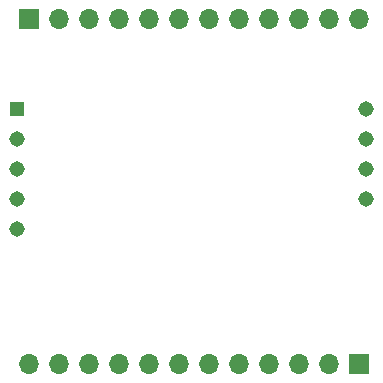
<source format=gbs>
G04 #@! TF.FileFunction,Soldermask,Bot*
%FSLAX46Y46*%
G04 Gerber Fmt 4.6, Leading zero omitted, Abs format (unit mm)*
G04 Created by KiCad (PCBNEW 4.0.7-e2-6376~58~ubuntu17.04.1) date Sat Oct 28 22:25:12 2017*
%MOMM*%
%LPD*%
G01*
G04 APERTURE LIST*
%ADD10C,0.100000*%
%ADD11R,1.308000X1.308000*%
%ADD12C,1.308000*%
%ADD13R,1.700000X1.700000*%
%ADD14O,1.700000X1.700000*%
G04 APERTURE END LIST*
D10*
D11*
X147574000Y-99060000D03*
D12*
X147574000Y-101600000D03*
X147574000Y-104140000D03*
X147574000Y-106680000D03*
X147574000Y-109220000D03*
X177165000Y-99060000D03*
X177165000Y-101600000D03*
X177165000Y-104140000D03*
X177165000Y-106680000D03*
D13*
X148590000Y-91440000D03*
D14*
X151130000Y-91440000D03*
X153670000Y-91440000D03*
X156210000Y-91440000D03*
X158750000Y-91440000D03*
X161290000Y-91440000D03*
X163830000Y-91440000D03*
X166370000Y-91440000D03*
X168910000Y-91440000D03*
X171450000Y-91440000D03*
X173990000Y-91440000D03*
X176530000Y-91440000D03*
D13*
X176530000Y-120650000D03*
D14*
X173990000Y-120650000D03*
X171450000Y-120650000D03*
X168910000Y-120650000D03*
X166370000Y-120650000D03*
X163830000Y-120650000D03*
X161290000Y-120650000D03*
X158750000Y-120650000D03*
X156210000Y-120650000D03*
X153670000Y-120650000D03*
X151130000Y-120650000D03*
X148590000Y-120650000D03*
M02*

</source>
